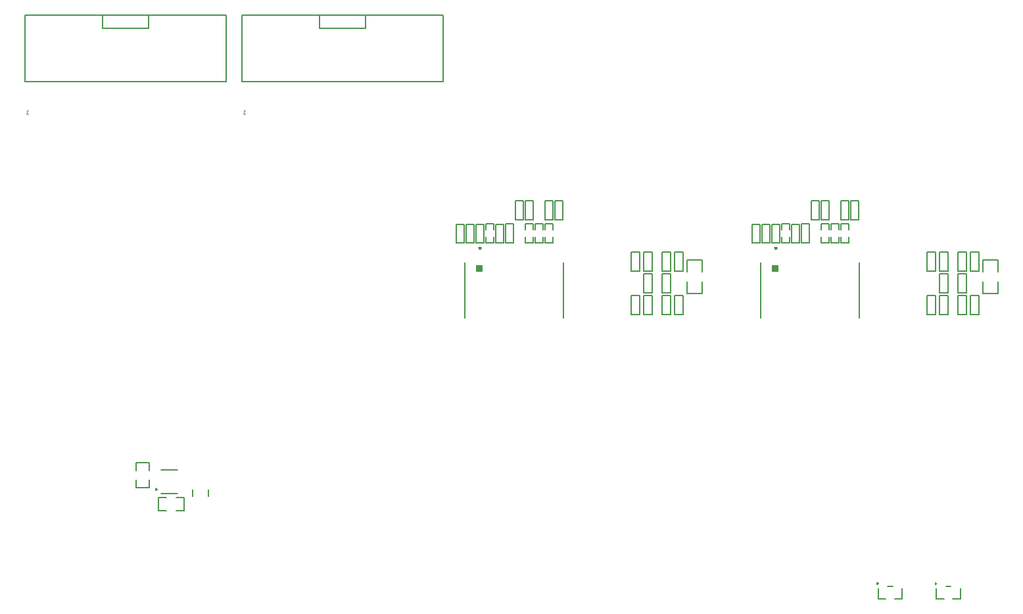
<source format=gbo>
G04*
G04 #@! TF.GenerationSoftware,Altium Limited,Altium Designer,24.5.2 (23)*
G04*
G04 Layer_Color=32896*
%FSLAX44Y44*%
%MOMM*%
G71*
G04*
G04 #@! TF.SameCoordinates,44D7EE50-CEF4-4518-91F5-DF1CE1C3C4A8*
G04*
G04*
G04 #@! TF.FilePolarity,Positive*
G04*
G01*
G75*
%ADD10C,0.1270*%
%ADD41C,0.2540*%
%ADD66R,0.8128X0.8128*%
G36*
X35088Y872783D02*
X35189Y872755D01*
X35263Y872718D01*
X35337Y872690D01*
X35384Y872663D01*
X35420Y872635D01*
X35448Y872616D01*
X35457Y872607D01*
X35467Y872598D01*
X35513Y872515D01*
X35541Y872422D01*
Y872385D01*
X35550Y872348D01*
Y872330D01*
Y872320D01*
X35541Y872246D01*
X35531Y872191D01*
X35485Y872089D01*
X35467Y872052D01*
X35448Y872025D01*
X35439Y872006D01*
X35430Y871997D01*
X35384Y871951D01*
X35337Y871923D01*
X35245Y871886D01*
X35199Y871877D01*
X35171Y871867D01*
X35143D01*
X35051Y871877D01*
X34958Y871895D01*
X34921D01*
X34884Y871904D01*
X34866Y871914D01*
X34857D01*
X34061Y872117D01*
Y868437D01*
X34949D01*
X35060Y868428D01*
X35162Y868419D01*
X35245Y868400D01*
X35310Y868373D01*
X35356Y868345D01*
X35393Y868326D01*
X35411Y868317D01*
X35420Y868308D01*
X35467Y868262D01*
X35494Y868206D01*
X35531Y868104D01*
X35541Y868058D01*
X35550Y868030D01*
Y868003D01*
Y867993D01*
X35541Y867929D01*
X35531Y867864D01*
X35485Y867762D01*
X35457Y867725D01*
X35439Y867698D01*
X35430Y867688D01*
X35420Y867679D01*
X35356Y867642D01*
X35291Y867614D01*
X35134Y867578D01*
X35060Y867568D01*
X35004Y867559D01*
X32295D01*
X32185Y867568D01*
X32083Y867578D01*
X32009Y867596D01*
X31944Y867624D01*
X31898Y867642D01*
X31861Y867661D01*
X31843Y867670D01*
X31833Y867679D01*
X31787Y867725D01*
X31750Y867781D01*
X31732Y867836D01*
X31713Y867883D01*
X31704Y867929D01*
X31695Y867966D01*
Y867984D01*
Y867993D01*
X31704Y868067D01*
X31713Y868123D01*
X31759Y868225D01*
X31787Y868262D01*
X31815Y868289D01*
X31824Y868299D01*
X31833Y868308D01*
X31889Y868354D01*
X31963Y868382D01*
X32120Y868419D01*
X32185Y868428D01*
X32240Y868437D01*
X33183D01*
Y873273D01*
X35088Y872783D01*
D02*
G37*
G36*
X314488D02*
X314589Y872755D01*
X314663Y872718D01*
X314737Y872690D01*
X314783Y872663D01*
X314820Y872635D01*
X314848Y872616D01*
X314858Y872607D01*
X314867Y872598D01*
X314913Y872515D01*
X314941Y872422D01*
Y872385D01*
X314950Y872348D01*
Y872330D01*
Y872320D01*
X314941Y872246D01*
X314932Y872191D01*
X314885Y872089D01*
X314867Y872052D01*
X314848Y872025D01*
X314839Y872006D01*
X314830Y871997D01*
X314783Y871951D01*
X314737Y871923D01*
X314645Y871886D01*
X314599Y871877D01*
X314571Y871867D01*
X314543D01*
X314451Y871877D01*
X314358Y871895D01*
X314321D01*
X314284Y871904D01*
X314266Y871914D01*
X314256D01*
X313461Y872117D01*
Y868437D01*
X314349D01*
X314460Y868428D01*
X314562Y868419D01*
X314645Y868400D01*
X314710Y868373D01*
X314756Y868345D01*
X314793Y868326D01*
X314811Y868317D01*
X314820Y868308D01*
X314867Y868262D01*
X314895Y868206D01*
X314932Y868104D01*
X314941Y868058D01*
X314950Y868030D01*
Y868003D01*
Y867993D01*
X314941Y867929D01*
X314932Y867864D01*
X314885Y867762D01*
X314858Y867725D01*
X314839Y867698D01*
X314830Y867688D01*
X314820Y867679D01*
X314756Y867642D01*
X314691Y867614D01*
X314534Y867578D01*
X314460Y867568D01*
X314405Y867559D01*
X311695D01*
X311584Y867568D01*
X311483Y867578D01*
X311409Y867596D01*
X311344Y867624D01*
X311298Y867642D01*
X311261Y867661D01*
X311243Y867670D01*
X311233Y867679D01*
X311187Y867725D01*
X311150Y867781D01*
X311131Y867836D01*
X311113Y867883D01*
X311104Y867929D01*
X311094Y867966D01*
Y867984D01*
Y867993D01*
X311104Y868067D01*
X311113Y868123D01*
X311159Y868225D01*
X311187Y868262D01*
X311215Y868289D01*
X311224Y868299D01*
X311233Y868308D01*
X311289Y868354D01*
X311363Y868382D01*
X311520Y868419D01*
X311584Y868428D01*
X311640Y868437D01*
X312583D01*
Y873273D01*
X314488Y872783D01*
D02*
G37*
D10*
X1055396Y702282D02*
X1066064D01*
X1055396D02*
Y710156D01*
X1066064Y702282D02*
Y710156D01*
X1055396Y727174D02*
X1066064D01*
X1055396Y719300D02*
Y727174D01*
X1066064Y719300D02*
Y727174D01*
X1042696Y732143D02*
Y756527D01*
Y732143D02*
X1053364D01*
X1042696Y756527D02*
X1053364D01*
Y732143D02*
Y756527D01*
X1004596Y702282D02*
X1015264D01*
X1004596D02*
Y710156D01*
X1015264Y702282D02*
Y710156D01*
X1004596Y727174D02*
X1015264D01*
X1004596Y719300D02*
Y727174D01*
X1015264Y719300D02*
Y727174D01*
X1105180Y606258D02*
Y677358D01*
X978180Y606258D02*
Y677358D01*
X585496Y702282D02*
Y726666D01*
Y702282D02*
X596164D01*
X585496Y726666D02*
X596164D01*
Y702282D02*
Y726666D01*
X598196Y702282D02*
Y726666D01*
Y702282D02*
X608864D01*
X598196Y726666D02*
X608864D01*
Y702282D02*
Y726666D01*
X861622Y638302D02*
Y662686D01*
X850954D02*
X861622D01*
X850954Y638302D02*
X861622D01*
X850954D02*
Y662686D01*
X827078Y638302D02*
Y662686D01*
Y638302D02*
X837746D01*
X827078Y662686D02*
X837746D01*
Y638302D02*
Y662686D01*
X1068096Y702282D02*
X1078764D01*
X1068096D02*
Y710156D01*
X1078764Y702282D02*
Y710156D01*
X1068096Y727174D02*
X1078764D01*
X1068096Y719300D02*
Y727174D01*
X1078764Y719300D02*
Y727174D01*
X1093496Y732143D02*
Y756527D01*
Y732143D02*
X1104164D01*
X1093496Y756527D02*
X1104164D01*
Y732143D02*
Y756527D01*
X1263824Y637794D02*
X1283636D01*
Y653034D01*
X1263824Y637794D02*
Y653034D01*
Y680466D02*
X1283636D01*
Y665226D02*
Y680466D01*
X1263824Y665226D02*
Y680466D01*
X1218746Y610362D02*
Y634746D01*
X1208078D02*
X1218746D01*
X1208078Y610362D02*
X1218746D01*
X1208078D02*
Y634746D01*
X1091464Y732143D02*
Y756527D01*
X1080796D02*
X1091464D01*
X1080796Y732143D02*
X1091464D01*
X1080796D02*
Y756527D01*
X1231954Y610362D02*
Y634746D01*
Y610362D02*
X1242622D01*
X1231954Y634746D02*
X1242622D01*
Y610362D02*
Y634746D01*
X1080796Y702282D02*
X1091464D01*
X1080796D02*
Y710156D01*
X1091464Y702282D02*
Y710156D01*
X1080796Y727174D02*
X1091464D01*
X1080796Y719300D02*
Y727174D01*
X1091464Y719300D02*
Y727174D01*
X1258584Y666496D02*
Y690880D01*
X1247916D02*
X1258584D01*
X1247916Y666496D02*
X1258584D01*
X1247916D02*
Y690880D01*
X1066026Y732143D02*
Y756527D01*
X1055358D02*
X1066026D01*
X1055358Y732143D02*
X1066026D01*
X1055358D02*
Y756527D01*
X977164Y702282D02*
Y726666D01*
X966496D02*
X977164D01*
X966496Y702282D02*
X977164D01*
X966496D02*
Y726666D01*
X989864Y702282D02*
Y726666D01*
X979196D02*
X989864D01*
X979196Y702282D02*
X989864D01*
X979196D02*
Y726666D01*
X1040664Y702536D02*
Y726920D01*
X1029996D02*
X1040664D01*
X1029996Y702536D02*
X1040664D01*
X1029996D02*
Y726920D01*
X1202784Y610362D02*
Y634746D01*
X1192116D02*
X1202784D01*
X1192116Y610362D02*
X1202784D01*
X1192116D02*
Y634746D01*
X1242622Y666496D02*
Y690880D01*
X1231954D02*
X1242622D01*
X1231954Y666496D02*
X1242622D01*
X1231954D02*
Y690880D01*
X1002564Y702282D02*
Y726666D01*
X991896D02*
X1002564D01*
X991896Y702282D02*
X1002564D01*
X991896D02*
Y726666D01*
X1258584Y610362D02*
Y634746D01*
X1247916D02*
X1258584D01*
X1247916Y610362D02*
X1258584D01*
X1247916D02*
Y634746D01*
X1027964Y702282D02*
Y726666D01*
X1017296D02*
X1027964D01*
X1017296Y702282D02*
X1027964D01*
X1017296D02*
Y726666D01*
X1202784Y666496D02*
Y690880D01*
X1192116D02*
X1202784D01*
X1192116Y666496D02*
X1202784D01*
X1192116D02*
Y690880D01*
X1218746Y638302D02*
Y662686D01*
X1208078D02*
X1218746D01*
X1208078Y638302D02*
X1218746D01*
X1208078D02*
Y662686D01*
X1218746Y666496D02*
Y690880D01*
X1208078D02*
X1218746D01*
X1208078Y666496D02*
X1218746D01*
X1208078D02*
Y690880D01*
X1242622Y638302D02*
Y662686D01*
X1231954D02*
X1242622D01*
X1231954Y638302D02*
X1242622D01*
X1231954D02*
Y662686D01*
X724180Y606258D02*
Y677358D01*
X597180Y606258D02*
Y677358D01*
X661696Y732143D02*
Y756527D01*
Y732143D02*
X672364D01*
X661696Y756527D02*
X672364D01*
Y732143D02*
Y756527D01*
X882824Y637794D02*
X902636D01*
Y653034D01*
X882824Y637794D02*
Y653034D01*
Y680466D02*
X902636D01*
Y665226D02*
Y680466D01*
X882824Y665226D02*
Y680466D01*
X648996Y702536D02*
Y726920D01*
Y702536D02*
X659664D01*
X648996Y726920D02*
X659664D01*
Y702536D02*
Y726920D01*
X636296Y702282D02*
Y726666D01*
Y702282D02*
X646964D01*
X636296Y726666D02*
X646964D01*
Y702282D02*
Y726666D01*
X610896Y702282D02*
Y726666D01*
Y702282D02*
X621564D01*
X610896Y726666D02*
X621564D01*
Y702282D02*
Y726666D01*
X634264Y719300D02*
Y727174D01*
X623596Y719300D02*
Y727174D01*
X634264D01*
Y702282D02*
Y710156D01*
X623596Y702282D02*
Y710156D01*
Y702282D02*
X634264D01*
X687096D02*
X697764D01*
X687096D02*
Y710156D01*
X697764Y702282D02*
Y710156D01*
X687096Y727174D02*
X697764D01*
X687096Y719300D02*
Y727174D01*
X697764Y719300D02*
Y727174D01*
X685064Y719300D02*
Y727174D01*
X674396Y719300D02*
Y727174D01*
X685064D01*
Y702282D02*
Y710156D01*
X674396Y702282D02*
Y710156D01*
Y702282D02*
X685064D01*
X685026Y732143D02*
Y756527D01*
X674358D02*
X685026D01*
X674358Y732143D02*
X685026D01*
X674358D02*
Y756527D01*
X710464Y719300D02*
Y727174D01*
X699796Y719300D02*
Y727174D01*
X710464D01*
Y702282D02*
Y710156D01*
X699796Y702282D02*
Y710156D01*
Y702282D02*
X710464D01*
Y732143D02*
Y756527D01*
X699796D02*
X710464D01*
X699796Y732143D02*
X710464D01*
X699796D02*
Y756527D01*
X712496Y732143D02*
Y756527D01*
Y732143D02*
X723164D01*
X712496Y756527D02*
X723164D01*
Y732143D02*
Y756527D01*
X866916Y610362D02*
Y634746D01*
Y610362D02*
X877584D01*
X866916Y634746D02*
X877584D01*
Y610362D02*
Y634746D01*
X861622Y666496D02*
Y690880D01*
X850954D02*
X861622D01*
X850954Y666496D02*
X861622D01*
X850954D02*
Y690880D01*
X877584Y666496D02*
Y690880D01*
X866916D02*
X877584D01*
X866916Y666496D02*
X877584D01*
X866916D02*
Y690880D01*
X837746Y610362D02*
Y634746D01*
X827078D02*
X837746D01*
X827078Y610362D02*
X837746D01*
X827078D02*
Y634746D01*
X850954Y610362D02*
Y634746D01*
Y610362D02*
X861622D01*
X850954Y634746D02*
X861622D01*
Y610362D02*
Y634746D01*
X202419Y375042D02*
X212579D01*
X202419Y357770D02*
X212579D01*
X202419D02*
Y375042D01*
X224771D02*
X234931D01*
X224771Y357770D02*
X234931D01*
Y375042D01*
X199117Y386814D02*
X200387Y385544D01*
X199117Y384274D02*
X200387Y385544D01*
X199117Y386814D02*
X199117Y384274D01*
X205381Y379950D02*
X226381D01*
X205381Y410950D02*
X226381D01*
X190526Y409754D02*
Y419914D01*
X173254Y409754D02*
Y419914D01*
X190526D01*
Y387402D02*
Y397562D01*
X173254Y387402D02*
Y397562D01*
Y387402D02*
X190526D01*
X266980Y376908D02*
Y385036D01*
X246152Y376908D02*
Y385036D01*
X1203986Y244602D02*
X1213892Y244602D01*
X1203986Y244602D02*
Y258572D01*
X1216178Y260604D02*
X1222782D01*
X1202716Y263144D02*
Y265684D01*
Y263144D02*
X1203986Y264414D01*
X1202716Y265684D02*
X1203986Y264414D01*
X1225068Y244602D02*
X1234974Y244602D01*
Y258572D01*
X1129056Y244602D02*
X1138962D01*
X1129056Y258572D02*
X1129056Y244602D01*
X1141248Y260604D02*
X1147852D01*
X1127786Y263144D02*
Y265684D01*
Y263144D02*
X1129056Y264414D01*
X1127786Y265684D02*
X1129056Y264414D01*
X1150138Y244602D02*
X1160044D01*
X1160044Y258572D01*
X821784Y666496D02*
Y690880D01*
X811116D02*
X821784D01*
X811116Y666496D02*
X821784D01*
X811116D02*
Y690880D01*
X821784Y610362D02*
Y634746D01*
X811116D02*
X821784D01*
X811116Y610362D02*
X821784D01*
X811116D02*
Y634746D01*
X837746Y666496D02*
Y690880D01*
X827078D02*
X837746D01*
X827078Y666496D02*
X837746D01*
X827078D02*
Y690880D01*
X129879Y978811D02*
X189633Y978811D01*
X129879Y978811D02*
Y995575D01*
X159756D01*
X189633Y978811D02*
Y995575D01*
X159756D02*
X189633D01*
X289306Y910485D02*
Y995585D01*
X30206Y910485D02*
Y995585D01*
X289306D01*
X30206Y910485D02*
X289306D01*
X309606D02*
X568706D01*
X309606Y995585D02*
X568706D01*
X309606Y910485D02*
Y995585D01*
X568706Y910485D02*
Y995585D01*
X439156Y995575D02*
X469033D01*
Y978811D02*
Y995575D01*
X409278D02*
X439156D01*
X409278Y978811D02*
Y995575D01*
Y978811D02*
X469033Y978811D01*
D41*
X996976Y695380D02*
X998246Y696650D01*
X995706D02*
X996976Y695380D01*
X995706Y696650D02*
X998246D01*
X615976Y695380D02*
X617246Y696650D01*
X614706D02*
X615976Y695380D01*
X614706Y696650D02*
X617246D01*
D66*
X996722Y670002D02*
D03*
X615722Y670001D02*
D03*
M02*

</source>
